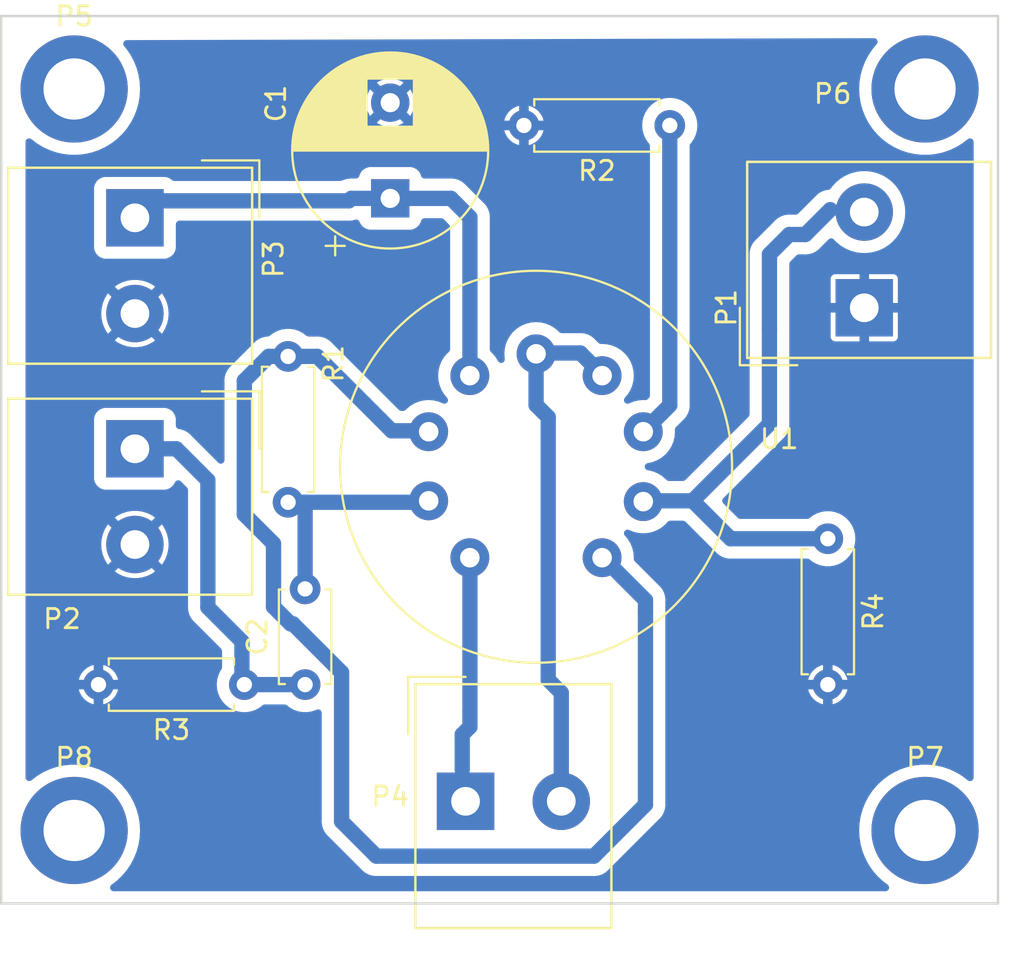
<source format=kicad_pcb>
(kicad_pcb (version 20221018) (generator pcbnew)
  (layers (0 "F.Cu" signal "top_cu") (31 "B.Cu" signal "bottom_cu") (34 "B.Paste" user) (35 "F.Paste" user) (36 "B.SilkS" user "B.Silkscreen") (37 "F.SilkS" user "F.Silkscreen") (38 "B.Mask" user) (39 "F.Mask" user) (44 "Edge.Cuts" user))
  (net 0 "")
  (net 1 "GND")
  (net 2 "Net-(C1-Pad1)")
  (net 3 "Net-(C2-Pad1)")
  (net 4 "Net-(C2-Pad2)")
  (net 5 "Net-(P1-Pad2)")
  (net 6 "Net-(P4-Pad1)")
  (net 7 "Net-(P4-Pad2)")
  (net 8 "Net-(R1-Pad1)")
  (net 9 "Net-(R2-Pad1)")
  (footprint "Capacitor_THT:CP_Radial_D10.0mm_P5.00mm" (layer "F.Cu") (at 141.605 99.695 90)
    (fp_text reference "C1" (at 4.953 -5.969 90) (layer "F.SilkS"))
    (fp_text value "10uF")
    (fp_line (start -2.979646 -2.875) (end -1.979646 -2.875) (stroke (width 0.12)) (layer "F.SilkS"))
    (fp_line (start -2.479646 -3.375) (end -2.479646 -2.375) (stroke (width 0.12)) (layer "F.SilkS"))
    (fp_line (start 2.5 -5.08) (end 2.5 5.08) (stroke (width 0.12)) (layer "F.SilkS"))
    (fp_line (start 2.54 -5.08) (end 2.54 5.08) (stroke (width 0.12)) (layer "F.SilkS"))
    (fp_line (start 2.58 -5.08) (end 2.58 5.08) (stroke (width 0.12)) (layer "F.SilkS"))
    (fp_line (start 2.62 -5.079) (end 2.62 5.079) (stroke (width 0.12)) (layer "F.SilkS"))
    (fp_line (start 2.66 -5.078) (end 2.66 5.078) (stroke (width 0.12)) (layer "F.SilkS"))
    (fp_line (start 2.7 -5.077) (end 2.7 5.077) (stroke (width 0.12)) (layer "F.SilkS"))
    (fp_line (start 2.74 -5.075) (end 2.74 5.075) (stroke (width 0.12)) (layer "F.SilkS"))
    (fp_line (start 2.78 -5.073) (end 2.78 5.073) (stroke (width 0.12)) (layer "F.SilkS"))
    (fp_line (start 2.82 -5.07) (end 2.82 5.07) (stroke (width 0.12)) (layer "F.SilkS"))
    (fp_line (start 2.86 -5.068) (end 2.86 5.068) (stroke (width 0.12)) (layer "F.SilkS"))
    (fp_line (start 2.9 -5.065) (end 2.9 5.065) (stroke (width 0.12)) (layer "F.SilkS"))
    (fp_line (start 2.94 -5.062) (end 2.94 5.062) (stroke (width 0.12)) (layer "F.SilkS"))
    (fp_line (start 2.98 -5.058) (end 2.98 5.058) (stroke (width 0.12)) (layer "F.SilkS"))
    (fp_line (start 3.02 -5.054) (end 3.02 5.054) (stroke (width 0.12)) (layer "F.SilkS"))
    (fp_line (start 3.06 -5.05) (end 3.06 5.05) (stroke (width 0.12)) (layer "F.SilkS"))
    (fp_line (start 3.1 -5.045) (end 3.1 5.045) (stroke (width 0.12)) (layer "F.SilkS"))
    (fp_line (start 3.14 -5.04) (end 3.14 5.04) (stroke (width 0.12)) (layer "F.SilkS"))
    (fp_line (start 3.18 -5.035) (end 3.18 5.035) (stroke (width 0.12)) (layer "F.SilkS"))
    (fp_line (start 3.221 -5.03) (end 3.221 5.03) (stroke (width 0.12)) (layer "F.SilkS"))
    (fp_line (start 3.261 -5.024) (end 3.261 5.024) (stroke (width 0.12)) (layer "F.SilkS"))
    (fp_line (start 3.301 -5.018) (end 3.301 5.018) (stroke (width 0.12)) (layer "F.SilkS"))
    (fp_line (start 3.341 -5.011) (end 3.341 5.011) (stroke (width 0.12)) (layer "F.SilkS"))
    (fp_line (start 3.381 -5.004) (end 3.381 5.004) (stroke (width 0.12)) (layer "F.SilkS"))
    (fp_line (start 3.421 -4.997) (end 3.421 4.997) (stroke (width 0.12)) (layer "F.SilkS"))
    (fp_line (start 3.461 -4.99) (end 3.461 4.99) (stroke (width 0.12)) (layer "F.SilkS"))
    (fp_line (start 3.501 -4.982) (end 3.501 4.982) (stroke (width 0.12)) (layer "F.SilkS"))
    (fp_line (start 3.541 -4.974) (end 3.541 4.974) (stroke (width 0.12)) (layer "F.SilkS"))
    (fp_line (start 3.581 -4.965) (end 3.581 4.965) (stroke (width 0.12)) (layer "F.SilkS"))
    (fp_line (start 3.621 -4.956) (end 3.621 4.956) (stroke (width 0.12)) (layer "F.SilkS"))
    (fp_line (start 3.661 -4.947) (end 3.661 4.947) (stroke (width 0.12)) (layer "F.SilkS"))
    (fp_line (start 3.701 -4.938) (end 3.701 4.938) (stroke (width 0.12)) (layer "F.SilkS"))
    (fp_line (start 3.741 -4.928) (end 3.741 4.928) (stroke (width 0.12)) (layer "F.SilkS"))
    (fp_line (start 3.781 -4.918) (end 3.781 -1.241) (stroke (width 0.12)) (layer "F.SilkS"))
    (fp_line (start 3.781 1.241) (end 3.781 4.918) (stroke (width 0.12)) (layer "F.SilkS"))
    (fp_line (start 3.821 -4.907) (end 3.821 -1.241) (stroke (width 0.12)) (layer "F.SilkS"))
    (fp_line (start 3.821 1.241) (end 3.821 4.907) (stroke (width 0.12)) (layer "F.SilkS"))
    (fp_line (start 3.861 -4.897) (end 3.861 -1.241) (stroke (width 0.12)) (layer "F.SilkS"))
    (fp_line (start 3.861 1.241) (end 3.861 4.897) (stroke (width 0.12)) (layer "F.SilkS"))
    (fp_line (start 3.901 -4.885) (end 3.901 -1.241) (stroke (width 0.12)) (layer "F.SilkS"))
    (fp_line (start 3.901 1.241) (end 3.901 4.885) (stroke (width 0.12)) (layer "F.SilkS"))
    (fp_line (start 3.941 -4.874) (end 3.941 -1.241) (stroke (width 0.12)) (layer "F.SilkS"))
    (fp_line (start 3.941 1.241) (end 3.941 4.874) (stroke (width 0.12)) (layer "F.SilkS"))
    (fp_line (start 3.981 -4.862) (end 3.981 -1.241) (stroke (width 0.12)) (layer "F.SilkS"))
    (fp_line (start 3.981 1.241) (end 3.981 4.862) (stroke (width 0.12)) (layer "F.SilkS"))
    (fp_line (start 4.021 -4.85) (end 4.021 -1.241) (stroke (width 0.12)) (layer "F.SilkS"))
    (fp_line (start 4.021 1.241) (end 4.021 4.85) (stroke (width 0.12)) (layer "F.SilkS"))
    (fp_line (start 4.061 -4.837) (end 4.061 -1.241) (stroke (width 0.12)) (layer "F.SilkS"))
    (fp_line (start 4.061 1.241) (end 4.061 4.837) (stroke (width 0.12)) (layer "F.SilkS"))
    (fp_line (start 4.101 -4.824) (end 4.101 -1.241) (stroke (width 0.12)) (layer "F.SilkS"))
    (fp_line (start 4.101 1.241) (end 4.101 4.824) (stroke (width 0.12)) (layer "F.SilkS"))
    (fp_line (start 4.141 -4.811) (end 4.141 -1.241) (stroke (width 0.12)) (layer "F.SilkS"))
    (fp_line (start 4.141 1.241) (end 4.141 4.811) (stroke (width 0.12)) (layer "F.SilkS"))
    (fp_line (start 4.181 -4.797) (end 4.181 -1.241) (stroke (width 0.12)) (layer "F.SilkS"))
    (fp_line (start 4.181 1.241) (end 4.181 4.797) (stroke (width 0.12)) (layer "F.SilkS"))
    (fp_line (start 4.221 -4.783) (end 4.221 -1.241) (stroke (width 0.12)) (layer "F.SilkS"))
    (fp_line (start 4.221 1.241) (end 4.221 4.783) (stroke (width 0.12)) (layer "F.SilkS"))
    (fp_line (start 4.261 -4.768) (end 4.261 -1.241) (stroke (width 0.12)) (layer "F.SilkS"))
    (fp_line (start 4.261 1.241) (end 4.261 4.768) (stroke (width 0.12)) (layer "F.SilkS"))
    (fp_line (start 4.301 -4.754) (end 4.301 -1.241) (stroke (width 0.12)) (layer "F.SilkS"))
    (fp_line (start 4.301 1.241) (end 4.301 4.754) (stroke (width 0.12)) (layer "F.SilkS"))
    (fp_line (start 4.341 -4.738) (end 4.341 -1.241) (stroke (width 0.12)) (layer "F.SilkS"))
    (fp_line (start 4.341 1.241) (end 4.341 4.738) (stroke (width 0.12)) (layer "F.SilkS"))
    (fp_line (start 4.381 -4.723) (end 4.381 -1.241) (stroke (width 0.12)) (layer "F.SilkS"))
    (fp_line (start 4.381 1.241) (end 4.381 4.723) (stroke (width 0.12)) (layer "F.SilkS"))
    (fp_line (start 4.421 -4.707) (end 4.421 -1.241) (stroke (width 0.12)) (layer "F.SilkS"))
    (fp_line (start 4.421 1.241) (end 4.421 4.707) (stroke (width 0.12)) (layer "F.SilkS"))
    (fp_line (start 4.461 -4.69) (end 4.461 -1.241) (stroke (width 0.12)) (layer "F.SilkS"))
    (fp_line (start 4.461 1.241) (end 4.461 4.69) (stroke (width 0.12)) (layer "F.SilkS"))
    (fp_line (start 4.501 -4.674) (end 4.501 -1.241) (stroke (width 0.12)) (layer "F.SilkS"))
    (fp_line (start 4.501 1.241) (end 4.501 4.674) (stroke (width 0.12)) (layer "F.SilkS"))
    (fp_line (start 4.541 -4.657) (end 4.541 -1.241) (stroke (width 0.12)) (layer "F.SilkS"))
    (fp_line (start 4.541 1.241) (end 4.541 4.657) (stroke (width 0.12)) (layer "F.SilkS"))
    (fp_line (start 4.581 -4.639) (end 4.581 -1.241) (stroke (width 0.12)) (layer "F.SilkS"))
    (fp_line (start 4.581 1.241) (end 4.581 4.639) (stroke (width 0.12)) (layer "F.SilkS"))
    (fp_line (start 4.621 -4.621) (end 4.621 -1.241) (stroke (width 0.12)) (layer "F.SilkS"))
    (fp_line (start 4.621 1.241) (end 4.621 4.621) (stroke (width 0.12)) (layer "F.SilkS"))
    (fp_line (start 4.661 -4.603) (end 4.661 -1.241) (stroke (width 0.12)) (layer "F.SilkS"))
    (fp_line (start 4.661 1.241) (end 4.661 4.603) (stroke (width 0.12)) (layer "F.SilkS"))
    (fp_line (start 4.701 -4.584) (end 4.701 -1.241) (stroke (width 0.12)) (layer "F.SilkS"))
    (fp_line (start 4.701 1.241) (end 4.701 4.584) (stroke (width 0.12)) (layer "F.SilkS"))
    (fp_line (start 4.741 -4.564) (end 4.741 -1.241) (stroke (width 0.12)) (layer "F.SilkS"))
    (fp_line (start 4.741 1.241) (end 4.741 4.564) (stroke (width 0.12)) (layer "F.SilkS"))
    (fp_line (start 4.781 -4.545) (end 4.781 -1.241) (stroke (width 0.12)) (layer "F.SilkS"))
    (fp_line (start 4.781 1.241) (end 4.781 4.545) (stroke (width 0.12)) (layer "F.SilkS"))
    (fp_line (start 4.821 -4.525) (end 4.821 -1.241) (stroke (width 0.12)) (layer "F.SilkS"))
    (fp_line (start 4.821 1.241) (end 4.821 4.525) (stroke (width 0.12)) (layer "F.SilkS"))
    (fp_line (start 4.861 -4.504) (end 4.861 -1.241) (stroke (width 0.12)) (layer "F.SilkS"))
    (fp_line (start 4.861 1.241) (end 4.861 4.504) (stroke (width 0.12)) (layer "F.SilkS"))
    (fp_line (start 4.901 -4.483) (end 4.901 -1.241) (stroke (width 0.12)) (layer "F.SilkS"))
    (fp_line (start 4.901 1.241) (end 4.901 4.483) (stroke (width 0.12)) (layer "F.SilkS"))
    (fp_line (start 4.941 -4.462) (end 4.941 -1.241) (stroke (width 0.12)) (layer "F.SilkS"))
    (fp_line (start 4.941 1.241) (end 4.941 4.462) (stroke (width 0.12)) (layer "F.SilkS"))
    (fp_line (start 4.981 -4.44) (end 4.981 -1.241) (stroke (width 0.12)) (layer "F.SilkS"))
    (fp_line (start 4.981 1.241) (end 4.981 4.44) (stroke (width 0.12)) (layer "F.SilkS"))
    (fp_line (start 5.021 -4.417) (end 5.021 -1.241) (stroke (width 0.12)) (layer "F.SilkS"))
    (fp_line (start 5.021 1.241) (end 5.021 4.417) (stroke (width 0.12)) (layer "F.SilkS"))
    (fp_line (start 5.061 -4.395) (end 5.061 -1.241) (stroke (width 0.12)) (layer "F.SilkS"))
    (fp_line (start 5.061 1.241) (end 5.061 4.395) (stroke (width 0.12)) (layer "F.SilkS"))
    (fp_line (start 5.101 -4.371) (end 5.101 -1.241) (stroke (width 0.12)) (layer "F.SilkS"))
    (fp_line (start 5.101 1.241) (end 5.101 4.371) (stroke (width 0.12)) (layer "F.SilkS"))
    (fp_line (start 5.141 -4.347) (end 5.141 -1.241) (stroke (width 0.12)) (layer "F.SilkS"))
    (fp_line (start 5.141 1.241) (end 5.141 4.347) (stroke (width 0.12)) (layer "F.SilkS"))
    (fp_line (start 5.181 -4.323) (end 5.181 -1.241) (stroke (width 0.12)) (layer "F.SilkS"))
    (fp_line (start 5.181 1.241) (end 5.181 4.323) (stroke (width 0.12)) (layer "F.SilkS"))
    (fp_line (start 5.221 -4.298) (end 5.221 -1.241) (stroke (width 0.12)) (layer "F.SilkS"))
    (fp_line (start 5.221 1.241) (end 5.221 4.298) (stroke (width 0.12)) (layer "F.SilkS"))
    (fp_line (start 5.261 -4.273) (end 5.261 -1.241) (stroke (width 0.12)) (layer "F.SilkS"))
    (fp_line (start 5.261 1.241) (end 5.261 4.273) (stroke (width 0.12)) (layer "F.SilkS"))
    (fp_line (start 5.301 -4.247) (end 5.301 -1.241) (stroke (width 0.12)) (layer "F.SilkS"))
    (fp_line (start 5.301 1.241) (end 5.301 4.247) (stroke (width 0.12)) (layer "F.SilkS"))
    (fp_line (start 5.341 -4.221) (end 5.341 -1.241) (stroke (width 0.12)) (layer "F.SilkS"))
    (fp_line (start 5.341 1.241) (end 5.341 4.221) (stroke (width 0.12)) (layer "F.SilkS"))
    (fp_line (start 5.381 -4.194) (end 5.381 -1.241) (stroke (width 0.12)) (layer "F.SilkS"))
    (fp_line (start 5.381 1.241) (end 5.381 4.194) (stroke (width 0.12)) (layer "F.SilkS"))
    (fp_line (start 5.421 -4.166) (end 5.421 -1.241) (stroke (width 0.12)) (layer "F.SilkS"))
    (fp_line (start 5.421 1.241) (end 5.421 4.166) (stroke (width 0.12)) (layer "F.SilkS"))
    (fp_line (start 5.461 -4.138) (end 5.461 -1.241) (stroke (width 0.12)) (layer "F.SilkS"))
    (fp_line (start 5.461 1.241) (end 5.461 4.138) (stroke (width 0.12)) (layer "F.SilkS"))
    (fp_line (start 5.501 -4.11) (end 5.501 -1.241) (stroke (width 0.12)) (layer "F.SilkS"))
    (fp_line (start 5.501 1.241) (end 5.501 4.11) (stroke (width 0.12)) (layer "F.SilkS"))
    (fp_line (start 5.541 -4.08) (end 5.541 -1.241) (stroke (width 0.12)) (layer "F.SilkS"))
    (fp_line (start 5.541 1.241) (end 5.541 4.08) (stroke (width 0.12)) (layer "F.SilkS"))
    (fp_line (start 5.581 -4.05) (end 5.581 -1.241) (stroke (width 0.12)) (layer "F.SilkS"))
    (fp_line (start 5.581 1.241) (end 5.581 4.05) (stroke (width 0.12)) (layer "F.SilkS"))
    (fp_line (start 5.621 -4.02) (end 5.621 -1.241) (stroke (width 0.12)) (layer "F.SilkS"))
    (fp_line (start 5.621 1.241) (end 5.621 4.02) (stroke (width 0.12)) (layer "F.SilkS"))
    (fp_line (start 5.661 -3.989) (end 5.661 -1.241) (stroke (width 0.12)) (layer "F.SilkS"))
    (fp_line (start 5.661 1.241) (end 5.661 3.989) (stroke (width 0.12)) (layer "F.SilkS"))
    (fp_line (start 5.701 -3.957) (end 5.701 -1.241) (stroke (width 0.12)) (layer "F.SilkS"))
    (fp_line (start 5.701 1.241) (end 5.701 3.957) (stroke (width 0.12)) (layer "F.SilkS"))
    (fp_line (start 5.741 -3.925) (end 5.741 -1.241) (stroke (width 0.12)) (layer "F.SilkS"))
    (fp_line (start 5.741 1.241) (end 5.741 3.925) (stroke (width 0.12)) (layer "F.SilkS"))
    (fp_line (start 5.781 -3.892) (end 5.781 -1.241) (stroke (width 0.12)) (layer "F.SilkS"))
    (fp_line (start 5.781 1.241) (end 5.781 3.892) (stroke (width 0.12)) (layer "F.SilkS"))
    (fp_line (start 5.821 -3.858) (end 5.821 -1.241) (stroke (width 0.12)) (layer "F.SilkS"))
    (fp_line (start 5.821 1.241) (end 5.821 3.858) (stroke (width 0.12)) (layer "F.SilkS"))
    (fp_line (start 5.861 -3.824) (end 5.861 -1.241) (stroke (width 0.12)) (layer "F.SilkS"))
    (fp_line (start 5.861 1.241) (end 5.861 3.824) (stroke (width 0.12)) (layer "F.SilkS"))
    (fp_line (start 5.901 -3.789) (end 5.901 -1.241) (stroke (width 0.12)) (layer "F.SilkS"))
    (fp_line (start 5.901 1.241) (end 5.901 3.789) (stroke (width 0.12)) (layer "F.SilkS"))
    (fp_line (start 5.941 -3.753) (end 5.941 -1.241) (stroke (width 0.12)) (layer "F.SilkS"))
    (fp_line (start 5.941 1.241) (end 5.941 3.753) (stroke (width 0.12)) (layer "F.SilkS"))
    (fp_line (start 5.981 -3.716) (end 5.981 -1.241) (stroke (width 0.12)) (layer "F.SilkS"))
    (fp_line (start 5.981 1.241) (end 5.981 3.716) (stroke (width 0.12)) (layer "F.SilkS"))
    (fp_line (start 6.021 -3.679) (end 6.021 -1.241) (stroke (width 0.12)) (layer "F.SilkS"))
    (fp_line (start 6.021 1.241) (end 6.021 3.679) (stroke (width 0.12)) (layer "F.SilkS"))
    (fp_line (start 6.061 -3.64) (end 6.061 -1.241) (stroke (width 0.12)) (layer "F.SilkS"))
    (fp_line (start 6.061 1.241) (end 6.061 3.64) (stroke (width 0.12)) (layer "F.SilkS"))
    (fp_line (start 6.101 -3.601) (end 6.101 -1.241) (stroke (width 0.12)) (layer "F.SilkS"))
    (fp_line (start 6.101 1.241) (end 6.101 3.601) (stroke (width 0.12)) (layer "F.SilkS"))
    (fp_line (start 6.141 -3.561) (end 6.141 -1.241) (stroke (width 0.12)) (layer "F.SilkS"))
    (fp_line (start 6.141 1.241) (end 6.141 3.561) (stroke (width 0.12)) (layer "F.SilkS"))
    (fp_line (start 6.181 -3.52) (end 6.181 -1.241) (stroke (width 0.12)) (layer "F.SilkS"))
    (fp_line (start 6.181 1.241) (end 6.181 3.52) (stroke (width 0.12)) (layer "F.SilkS"))
    (fp_line (start 6.221 -3.478) (end 6.221 -1.241) (stroke (width 0.12)) (layer "F.SilkS"))
    (fp_line (start 6.221 1.241) (end 6.221 3.478) (stroke (width 0.12)) (layer "F.SilkS"))
    (fp_line (start 6.261 -3.436) (end 6.261 3.436) (stroke (width 0.12)) (layer "F.SilkS"))
    (fp_line (start 6.301 -3.392) (end 6.301 3.392) (stroke (width 0.12)) (layer "F.SilkS"))
    (fp_line (start 6.341 -3.347) (end 6.341 3.347) (stroke (width 0.12)) (layer "F.SilkS"))
    (fp_line (start 6.381 -3.301) (end 6.381 3.301) (stroke (width 0.12)) (layer "F.SilkS"))
    (fp_line (start 6.421 -3.254) (end 6.421 3.254) (stroke (width 0.12)) (layer "F.SilkS"))
    (fp_line (start 6.461 -3.206) (end 6.461 3.206) (stroke (width 0.12)) (layer "F.SilkS"))
    (fp_line (start 6.501 -3.156) (end 6.501 3.156) (stroke (width 0.12)) (layer "F.SilkS"))
    (fp_line (start 6.541 -3.106) (end 6.541 3.106) (stroke (width 0.12)) (layer "F.SilkS"))
    (fp_line (start 6.581 -3.054) (end 6.581 3.054) (stroke (width 0.12)) (layer "F.SilkS"))
    (fp_line (start 6.621 -3) (end 6.621 3) (stroke (width 0.12)) (layer "F.SilkS"))
    (fp_line (start 6.661 -2.945) (end 6.661 2.945) (stroke (width 0.12)) (layer "F.SilkS"))
    (fp_line (start 6.701 -2.889) (end 6.701 2.889) (stroke (width 0.12)) (layer "F.SilkS"))
    (fp_line (start 6.741 -2.83) (end 6.741 2.83) (stroke (width 0.12)) (layer "F.SilkS"))
    (fp_line (start 6.781 -2.77) (end 6.781 2.77) (stroke (width 0.12)) (layer "F.SilkS"))
    (fp_line (start 6.821 -2.709) (end 6.821 2.709) (stroke (width 0.12)) (layer "F.SilkS"))
    (fp_line (start 6.861 -2.645) (end 6.861 2.645) (stroke (width 0.12)) (layer "F.SilkS"))
    (fp_line (start 6.901 -2.579) (end 6.901 2.579) (stroke (width 0.12)) (layer "F.SilkS"))
    (fp_line (start 6.941 -2.51) (end 6.941 2.51) (stroke (width 0.12)) (layer "F.SilkS"))
    (fp_line (start 6.981 -2.439) (end 6.981 2.439) (stroke (width 0.12)) (layer "F.SilkS"))
    (fp_line (start 7.021 -2.365) (end 7.021 2.365) (stroke (width 0.12)) (layer "F.SilkS"))
    (fp_line (start 7.061 -2.289) (end 7.061 2.289) (stroke (width 0.12)) (layer "F.SilkS"))
    (fp_line (start 7.101 -2.209) (end 7.101 2.209) (stroke (width 0.12)) (layer "F.SilkS"))
    (fp_line (start 7.141 -2.125) (end 7.141 2.125) (stroke (width 0.12)) (layer "F.SilkS"))
    (fp_line (start 7.181 -2.037) (end 7.181 2.037) (stroke (width 0.12)) (layer "F.SilkS"))
    (fp_line (start 7.221 -1.944) (end 7.221 1.944) (stroke (width 0.12)) (layer "F.SilkS"))
    (fp_line (start 7.261 -1.846) (end 7.261 1.846) (stroke (width 0.12)) (layer "F.SilkS"))
    (fp_line (start 7.301 -1.742) (end 7.301 1.742) (stroke (width 0.12)) (layer "F.SilkS"))
    (fp_line (start 7.341 -1.63) (end 7.341 1.63) (stroke (width 0.12)) (layer "F.SilkS"))
    (fp_line (start 7.381 -1.51) (end 7.381 1.51) (stroke (width 0.12)) (layer "F.SilkS"))
    (fp_line (start 7.421 -1.378) (end 7.421 1.378) (stroke (width 0.12)) (layer "F.SilkS"))
    (fp_line (start 7.461 -1.23) (end 7.461 1.23) (stroke (width 0.12)) (layer "F.SilkS"))
    (fp_line (start 7.501 -1.062) (end 7.501 1.062) (stroke (width 0.12)) (layer "F.SilkS"))
    (fp_line (start 7.541 -0.862) (end 7.541 0.862) (stroke (width 0.12)) (layer "F.SilkS"))
    (fp_line (start 7.581 -0.599) (end 7.581 0.599) (stroke (width 0.12)) (layer "F.SilkS"))
    (fp_circle (center 2.5 0) (end 7.62 0) (stroke (width 0.12)) (fill none) (layer "F.SilkS"))
    (pad "1" thru_hole rect (at 0 0 90) (size 2 2) (drill 1) (layers "*.Cu" "*.Mask") (net 2 "Net-(C1-Pad1)"))
    (pad "2" thru_hole circle (at 5 0 90) (size 2 2) (drill 1) (layers "*.Cu" "*.Mask") (net 1 "GND"))
  )
  (footprint "Capacitor_THT:C_Disc_D4.7mm_W2.5mm_P5.00mm" (layer "F.Cu") (at 137.16 125.095 90)
    (fp_text reference "C2" (at 2.5 -2.5 90) (layer "F.SilkS"))
    (fp_text value "680nF")
    (fp_line (start 0.03 -1.37) (end 0.03 -1.055) (stroke (width 0.12)) (layer "F.SilkS"))
    (fp_line (start 0.03 -1.37) (end 4.97 -1.37) (stroke (width 0.12)) (layer "F.SilkS"))
    (fp_line (start 0.03 1.055) (end 0.03 1.37) (stroke (width 0.12)) (layer "F.SilkS"))
    (fp_line (start 0.03 1.37) (end 4.97 1.37) (stroke (width 0.12)) (layer "F.SilkS"))
    (fp_line (start 4.97 -1.37) (end 4.97 -1.055) (stroke (width 0.12)) (layer "F.SilkS"))
    (fp_line (start 4.97 1.055) (end 4.97 1.37) (stroke (width 0.12)) (layer "F.SilkS"))
    (pad "1" thru_hole circle (at 0 0 90) (size 1.6 1.6) (drill 0.8) (layers "*.Cu" "*.Mask") (net 3 "Net-(C2-Pad1)"))
    (pad "2" thru_hole circle (at 5 0 90) (size 1.6 1.6) (drill 0.8) (layers "*.Cu" "*.Mask") (net 4 "Net-(C2-Pad2)"))
  )
  (footprint "MountingHole:MountingHole_3.2mm_M3_DIN965_Pad" (layer "F.Cu") (at 125.095 93.98)
    (fp_text reference "P5" (at 0 -3.8) (layer "F.SilkS"))
    (fp_text value "MOUNTING_HOLE")
    (pad "1" thru_hole circle (at 0 0) (size 5.6 5.6) (drill 3.2) (layers "*.Cu" "*.Mask"))
  )
  (footprint "MountingHole:MountingHole_3.2mm_M3_DIN965_Pad" (layer "F.Cu") (at 169.545 93.98)
    (fp_text reference "P6" (at -4.826 0.254) (layer "F.SilkS"))
    (fp_text value "MOUNTING_HOLE")
    (pad "1" thru_hole circle (at 0 0) (size 5.6 5.6) (drill 3.2) (layers "*.Cu" "*.Mask"))
  )
  (footprint "MountingHole:MountingHole_3.2mm_M3_DIN965_Pad" (layer "F.Cu") (at 169.545 132.715)
    (fp_text reference "P7" (at 0 -3.8) (layer "F.SilkS"))
    (fp_text value "MOUNTING_HOLE")
    (pad "1" thru_hole circle (at 0 0) (size 5.6 5.6) (drill 3.2) (layers "*.Cu" "*.Mask"))
  )
  (footprint "Resistor_THT:R_Axial_DIN0207_L6.3mm_D2.5mm_P7.62mm_Horizontal" (layer "F.Cu") (at 136.271 107.95 -90)
    (fp_text reference "R1" (at 0.381 -2.37 90) (layer "F.SilkS"))
    (fp_text value "1.5K")
    (fp_line (start 0.54 -1.37) (end 7.08 -1.37) (stroke (width 0.12)) (layer "F.SilkS"))
    (fp_line (start 0.54 -1.04) (end 0.54 -1.37) (stroke (width 0.12)) (layer "F.SilkS"))
    (fp_line (start 0.54 1.04) (end 0.54 1.37) (stroke (width 0.12)) (layer "F.SilkS"))
    (fp_line (start 0.54 1.37) (end 7.08 1.37) (stroke (width 0.12)) (layer "F.SilkS"))
    (fp_line (start 7.08 -1.37) (end 7.08 -1.04) (stroke (width 0.12)) (layer "F.SilkS"))
    (fp_line (start 7.08 1.37) (end 7.08 1.04) (stroke (width 0.12)) (layer "F.SilkS"))
    (pad "1" thru_hole circle (at 0 0 270) (size 1.6 1.6) (drill 0.8) (layers "*.Cu" "*.Mask") (net 8 "Net-(R1-Pad1)"))
    (pad "2" thru_hole oval (at 7.62 0 270) (size 1.6 1.6) (drill 0.8) (layers "*.Cu" "*.Mask") (net 4 "Net-(C2-Pad2)"))
  )
  (footprint "Resistor_THT:R_Axial_DIN0207_L6.3mm_D2.5mm_P7.62mm_Horizontal" (layer "F.Cu") (at 156.21 95.885 180)
    (fp_text reference "R2" (at 3.81 -2.37) (layer "F.SilkS"))
    (fp_text value "1.5K")
    (fp_line (start 0.54 -1.37) (end 7.08 -1.37) (stroke (width 0.12)) (layer "F.SilkS"))
    (fp_line (start 0.54 -1.04) (end 0.54 -1.37) (stroke (width 0.12)) (layer "F.SilkS"))
    (fp_line (start 0.54 1.04) (end 0.54 1.37) (stroke (width 0.12)) (layer "F.SilkS"))
    (fp_line (start 0.54 1.37) (end 7.08 1.37) (stroke (width 0.12)) (layer "F.SilkS"))
    (fp_line (start 7.08 -1.37) (end 7.08 -1.04) (stroke (width 0.12)) (layer "F.SilkS"))
    (fp_line (start 7.08 1.37) (end 7.08 1.04) (stroke (width 0.12)) (layer "F.SilkS"))
    (pad "1" thru_hole circle (at 0 0 180) (size 1.6 1.6) (drill 0.8) (layers "*.Cu" "*.Mask") (net 9 "Net-(R2-Pad1)"))
    (pad "2" thru_hole oval (at 7.62 0 180) (size 1.6 1.6) (drill 0.8) (layers "*.Cu" "*.Mask") (net 1 "GND"))
  )
  (footprint "Resistor_THT:R_Axial_DIN0207_L6.3mm_D2.5mm_P7.62mm_Horizontal" (layer "F.Cu") (at 164.465 117.475 -90)
    (fp_text reference "R4" (at 3.81 -2.37 90) (layer "F.SilkS"))
    (fp_text value "47K")
    (fp_line (start 0.54 -1.37) (end 7.08 -1.37) (stroke (width 0.12)) (layer "F.SilkS"))
    (fp_line (start 0.54 -1.04) (end 0.54 -1.37) (stroke (width 0.12)) (layer "F.SilkS"))
    (fp_line (start 0.54 1.04) (end 0.54 1.37) (stroke (width 0.12)) (layer "F.SilkS"))
    (fp_line (start 0.54 1.37) (end 7.08 1.37) (stroke (width 0.12)) (layer "F.SilkS"))
    (fp_line (start 7.08 -1.37) (end 7.08 -1.04) (stroke (width 0.12)) (layer "F.SilkS"))
    (fp_line (start 7.08 1.37) (end 7.08 1.04) (stroke (width 0.12)) (layer "F.SilkS"))
    (pad "1" thru_hole circle (at 0 0 270) (size 1.6 1.6) (drill 0.8) (layers "*.Cu" "*.Mask") (net 5 "Net-(P1-Pad2)"))
    (pad "2" thru_hole oval (at 7.62 0 270) (size 1.6 1.6) (drill 0.8) (layers "*.Cu" "*.Mask") (net 1 "GND"))
  )
  (footprint "TerminalBlock_Altech:Altech_AK300_1x02_P5.00mm_45-Degree" (layer "F.Cu") (at 128.27 112.776 -90)
    (fp_text reference "P2" (at 8.89 3.81 180) (layer "F.SilkS"))
    (fp_text value "OUT")
    (fp_line (start -3 -6.5) (end 0 -6.5) (stroke (width 0.12)) (layer "F.SilkS"))
    (fp_line (start -3 -3.5) (end -3 -6.5) (stroke (width 0.12)) (layer "F.SilkS"))
    (fp_line (start -2.62 -6.12) (end -2.62 6.62) (stroke (width 0.12)) (layer "F.SilkS"))
    (fp_line (start -2.62 -6.12) (end -2.62 6.62) (stroke (width 0.12)) (layer "F.SilkS"))
    (fp_line (start -2.62 -6.12) (end 7.62 -6.12) (stroke (width 0.12)) (layer "F.SilkS"))
    (fp_line (start -2.62 -6.12) (end 7.62 -6.12) (stroke (width 0.12)) (layer "F.SilkS"))
    (fp_line (start -2.62 6.62) (end 7.62 6.62) (stroke (width 0.12)) (layer "F.SilkS"))
    (fp_line (start -2.62 6.62) (end 7.62 6.62) (stroke (width 0.12)) (layer "F.SilkS"))
    (fp_line (start 7.62 -6.12) (end 7.62 6.62) (stroke (width 0.12)) (layer "F.SilkS"))
    (fp_line (start 7.62 -6.12) (end 7.62 6.62) (stroke (width 0.12)) (layer "F.SilkS"))
    (pad "1" thru_hole rect (at 0 0 270) (size 3 3) (drill 1.5) (layers "*.Cu" "*.Mask") (net 3 "Net-(C2-Pad1)"))
    (pad "2" thru_hole circle (at 5 0 270) (size 3 3) (drill 1.5) (layers "*.Cu" "*.Mask") (net 1 "GND"))
  )
  (footprint "TerminalBlock_Altech:Altech_AK300_1x02_P5.00mm_45-Degree" (layer "F.Cu") (at 128.27 100.711 -90)
    (fp_text reference "P3" (at 2.159 -7.239 90) (layer "F.SilkS"))
    (fp_text value "POWER")
    (fp_line (start -3 -6.5) (end 0 -6.5) (stroke (width 0.12)) (layer "F.SilkS"))
    (fp_line (start -3 -3.5) (end -3 -6.5) (stroke (width 0.12)) (layer "F.SilkS"))
    (fp_line (start -2.62 -6.12) (end -2.62 6.62) (stroke (width 0.12)) (layer "F.SilkS"))
    (fp_line (start -2.62 -6.12) (end -2.62 6.62) (stroke (width 0.12)) (layer "F.SilkS"))
    (fp_line (start -2.62 -6.12) (end 7.62 -6.12) (stroke (width 0.12)) (layer "F.SilkS"))
    (fp_line (start -2.62 -6.12) (end 7.62 -6.12) (stroke (width 0.12)) (layer "F.SilkS"))
    (fp_line (start -2.62 6.62) (end 7.62 6.62) (stroke (width 0.12)) (layer "F.SilkS"))
    (fp_line (start -2.62 6.62) (end 7.62 6.62) (stroke (width 0.12)) (layer "F.SilkS"))
    (fp_line (start 7.62 -6.12) (end 7.62 6.62) (stroke (width 0.12)) (layer "F.SilkS"))
    (fp_line (start 7.62 -6.12) (end 7.62 6.62) (stroke (width 0.12)) (layer "F.SilkS"))
    (pad "1" thru_hole rect (at 0 0 270) (size 3 3) (drill 1.5) (layers "*.Cu" "*.Mask") (net 2 "Net-(C1-Pad1)"))
    (pad "2" thru_hole circle (at 5 0 270) (size 3 3) (drill 1.5) (layers "*.Cu" "*.Mask") (net 1 "GND"))
  )
  (footprint "TerminalBlock_Altech:Altech_AK300_1x02_P5.00mm_45-Degree" (layer "F.Cu") (at 145.542 131.191)
    (fp_text reference "P4" (at -3.937 -0.254) (layer "F.SilkS"))
    (fp_text value "CONN_2")
    (fp_line (start -3 -6.5) (end 0 -6.5) (stroke (width 0.12)) (layer "F.SilkS"))
    (fp_line (start -3 -3.5) (end -3 -6.5) (stroke (width 0.12)) (layer "F.SilkS"))
    (fp_line (start -2.62 -6.12) (end -2.62 6.62) (stroke (width 0.12)) (layer "F.SilkS"))
    (fp_line (start -2.62 -6.12) (end -2.62 6.62) (stroke (width 0.12)) (layer "F.SilkS"))
    (fp_line (start -2.62 -6.12) (end 7.62 -6.12) (stroke (width 0.12)) (layer "F.SilkS"))
    (fp_line (start -2.62 -6.12) (end 7.62 -6.12) (stroke (width 0.12)) (layer "F.SilkS"))
    (fp_line (start -2.62 6.62) (end 7.62 6.62) (stroke (width 0.12)) (layer "F.SilkS"))
    (fp_line (start -2.62 6.62) (end 7.62 6.62) (stroke (width 0.12)) (layer "F.SilkS"))
    (fp_line (start 7.62 -6.12) (end 7.62 6.62) (stroke (width 0.12)) (layer "F.SilkS"))
    (fp_line (start 7.62 -6.12) (end 7.62 6.62) (stroke (width 0.12)) (layer "F.SilkS"))
    (pad "1" thru_hole rect (at 0 0) (size 3 3) (drill 1.5) (layers "*.Cu" "*.Mask") (net 6 "Net-(P4-Pad1)"))
    (pad "2" thru_hole circle (at 5 0) (size 3 3) (drill 1.5) (layers "*.Cu" "*.Mask") (net 7 "Net-(P4-Pad2)"))
  )
  (footprint "Resistor_THT:R_Axial_DIN0207_L6.3mm_D2.5mm_P7.62mm_Horizontal" (layer "F.Cu") (at 133.985 125.095 180)
    (fp_text reference "R3" (at 3.81 -2.37) (layer "F.SilkS"))
    (fp_text value "100K")
    (fp_line (start 0.54 -1.37) (end 7.08 -1.37) (stroke (width 0.12)) (layer "F.SilkS"))
    (fp_line (start 0.54 -1.04) (end 0.54 -1.37) (stroke (width 0.12)) (layer "F.SilkS"))
    (fp_line (start 0.54 1.04) (end 0.54 1.37) (stroke (width 0.12)) (layer "F.SilkS"))
    (fp_line (start 0.54 1.37) (end 7.08 1.37) (stroke (width 0.12)) (layer "F.SilkS"))
    (fp_line (start 7.08 -1.37) (end 7.08 -1.04) (stroke (width 0.12)) (layer "F.SilkS"))
    (fp_line (start 7.08 1.37) (end 7.08 1.04) (stroke (width 0.12)) (layer "F.SilkS"))
    (pad "1" thru_hole circle (at 0 0 180) (size 1.6 1.6) (drill 0.8) (layers "*.Cu" "*.Mask") (net 3 "Net-(C2-Pad1)"))
    (pad "2" thru_hole oval (at 7.62 0 180) (size 1.6 1.6) (drill 0.8) (layers "*.Cu" "*.Mask") (net 1 "GND"))
  )
  (footprint "Valve:Valve_ECC-83-1" (layer "F.Cu") (at 149.225 113.665)
    (fp_text reference "U1" (at 12.7 -1.397) (layer "F.SilkS"))
    (fp_text value "ECC83")
    (fp_circle (center 0 0.05) (end 10.16 1.32) (stroke (width 0.12)) (fill none) (layer "F.SilkS"))
    (pad "1" thru_hole circle (at 3.45 4.8) (size 2.03 2.03) (drill 1.02) (layers "*.Cu" "*.Mask") (net 8 "Net-(R1-Pad1)"))
    (pad "2" thru_hole circle (at 5.6 1.87) (size 2.03 2.03) (drill 1.02) (layers "*.Cu" "*.Mask") (net 5 "Net-(P1-Pad2)"))
    (pad "3" thru_hole circle (at 5.6 -1.78) (size 2.03 2.03) (drill 1.02) (layers "*.Cu" "*.Mask") (net 9 "Net-(R2-Pad1)"))
    (pad "4" thru_hole circle (at 3.45 -4.71) (size 2.03 2.03) (drill 1.02) (layers "*.Cu" "*.Mask") (net 7 "Net-(P4-Pad2)"))
    (pad "5" thru_hole circle (at 0 -5.85) (size 2.03 2.03) (drill 1.02) (layers "*.Cu" "*.Mask") (net 7 "Net-(P4-Pad2)"))
    (pad "6" thru_hole circle (at -3.46 -4.71) (size 2.03 2.03) (drill 1.02) (layers "*.Cu" "*.Mask") (net 2 "Net-(C1-Pad1)"))
    (pad "7" thru_hole circle (at -5.61 -1.78) (size 2.03 2.03) (drill 1.02) (layers "*.Cu" "*.Mask") (net 8 "Net-(R1-Pad1)"))
    (pad "8" thru_hole circle (at -5.61 1.83) (size 2.03 2.03) (drill 1.02) (layers "*.Cu" "*.Mask") (net 4 "Net-(C2-Pad2)"))
    (pad "9" thru_hole circle (at -3.46 4.8) (size 2.03 2.03) (drill 1.02) (layers "*.Cu" "*.Mask") (net 6 "Net-(P4-Pad1)"))
  )
  (footprint "TerminalBlock_Altech:Altech_AK300_1x02_P5.00mm_45-Degree" (layer "F.Cu") (at 166.37 105.41 90)
    (fp_text reference "P1" (at 0 -7.2 90) (layer "F.SilkS"))
    (fp_text value "IN")
    (fp_line (start -3 -6.5) (end 0 -6.5) (stroke (width 0.12)) (layer "F.SilkS"))
    (fp_line (start -3 -3.5) (end -3 -6.5) (stroke (width 0.12)) (layer "F.SilkS"))
    (fp_line (start -2.62 -6.12) (end -2.62 6.62) (stroke (width 0.12)) (layer "F.SilkS"))
    (fp_line (start -2.62 -6.12) (end -2.62 6.62) (stroke (width 0.12)) (layer "F.SilkS"))
    (fp_line (start -2.62 -6.12) (end 7.62 -6.12) (stroke (width 0.12)) (layer "F.SilkS"))
    (fp_line (start -2.62 -6.12) (end 7.62 -6.12) (stroke (width 0.12)) (layer "F.SilkS"))
    (fp_line (start -2.62 6.62) (end 7.62 6.62) (stroke (width 0.12)) (layer "F.SilkS"))
    (fp_line (start -2.62 6.62) (end 7.62 6.62) (stroke (width 0.12)) (layer "F.SilkS"))
    (fp_line (start 7.62 -6.12) (end 7.62 6.62) (stroke (width 0.12)) (layer "F.SilkS"))
    (fp_line (start 7.62 -6.12) (end 7.62 6.62) (stroke (width 0.12)) (layer "F.SilkS"))
    (pad "1" thru_hole rect (at 0 0 90) (size 3 3) (drill 1.5) (layers "*.Cu" "*.Mask") (net 1 "GND"))
    (pad "2" thru_hole circle (at 5 0 90) (size 3 3) (drill 1.5) (layers "*.Cu" "*.Mask") (net 5 "Net-(P1-Pad2)"))
  )
  (footprint "MountingHole:MountingHole_3.2mm_M3_DIN965_Pad" (layer "F.Cu") (at 125.095 132.715)
    (fp_text reference "P8" (at 0 -3.8) (layer "F.SilkS"))
    (fp_text value "MOUNTING_HOLE")
    (pad "1" thru_hole circle (at 0 0) (size 5.6 5.6) (drill 3.2) (layers "*.Cu" "*.Mask"))
  )
  (gr_line (start 173.355 90.17) (end 173.355 136.525) (stroke (width 0.127)) (layer "Edge.Cuts"))
  (gr_line (start 121.285 90.17) (end 121.285 136.525) (stroke (width 0.127)) (layer "Edge.Cuts"))
  (gr_line (start 173.355 90.17) (end 121.285 90.17) (stroke (width 0.127)) (layer "Edge.Cuts"))
  (gr_line (start 121.285 136.525) (end 173.355 136.525) (stroke (width 0.127)) (layer "Edge.Cuts"))
  (segment (start 139.573 99.695) (end 141.605 99.695) (width 0.8) (layer "B.Cu") (net 2))
  (segment (start 139.446 99.822) (end 139.573 99.695) (width 0.8) (layer "B.Cu") (net 2))
  (segment (start 144.78 99.695) (end 141.605 99.695) (width 0.8) (layer "B.Cu") (net 2))
  (segment (start 139.446 99.822) (end 129.159 99.822) (width 0.8) (layer "B.Cu") (net 2))
  (segment (start 145.7706 100.6856) (end 144.78 99.695) (width 0.8) (layer "B.Cu") (net 2))
  (segment (start 145.7706 108.91012) (end 145.7706 100.6856) (width 0.8) (layer "B.Cu") (net 2))
  (segment (start 129.159 99.822) (end 128.27 100.711) (width 0.8) (layer "B.Cu") (net 2))
  (segment (start 133.858 123.825) (end 133.858 122.837172) (width 0.8) (layer "B.Cu") (net 3))
  (segment (start 133.858 124.968) (end 133.858 123.825) (width 0.8) (layer "B.Cu") (net 3))
  (segment (start 133.858 122.837172) (end 132.08 121.059172) (width 0.8) (layer "B.Cu") (net 3))
  (segment (start 133.985 125.095) (end 133.858 124.968) (width 0.8) (layer "B.Cu") (net 3))
  (segment (start 132.08 114.4224) (end 130.4336 112.776) (width 0.8) (layer "B.Cu") (net 3))
  (segment (start 132.08 121.059172) (end 132.08 114.4224) (width 0.8) (layer "B.Cu") (net 3))
  (segment (start 130.4336 112.776) (end 128.27 112.776) (width 0.8) (layer "B.Cu") (net 3))
  (segment (start 137.16 125.095) (end 133.985 125.095) (width 0.8) (layer "B.Cu") (net 3))
  (segment (start 136.271 115.57) (end 137.16 115.57) (width 0.8) (layer "B.Cu") (net 4))
  (segment (start 137.16 120.015) (end 137.16 115.57) (width 0.8) (layer "B.Cu") (net 4))
  (segment (start 137.16 115.57) (end 143.49984 115.57) (width 0.8) (layer "B.Cu") (net 4))
  (segment (start 143.49984 115.57) (end 143.61668 115.45316) (width 0.8) (layer "B.Cu") (net 4))
  (segment (start 161.417 106.506) (end 161.417 111.4806) (width 0.8) (layer "B.Cu") (net 5))
  (segment (start 157.4038 115.4938) (end 159.385 117.475) (width 0.8) (layer "B.Cu") (net 5))
  (segment (start 161.417 111.4806) (end 157.4038 115.4938) (width 0.8) (layer "B.Cu") (net 5))
  (segment (start 164.592 100.283) (end 163.292001 101.582999) (width 0.8) (layer "B.Cu") (net 5))
  (segment (start 162.450001 101.582999) (end 161.417 102.616) (width 0.8) (layer "B.Cu") (net 5))
  (segment (start 154.83332 115.4938) (end 157.4038 115.4938) (width 0.8) (layer "B.Cu") (net 5))
  (segment (start 159.385 117.475) (end 164.465 117.475) (width 0.8) (layer "B.Cu") (net 5))
  (segment (start 161.417 102.616) (end 161.417 106.506) (width 0.8) (layer "B.Cu") (net 5))
  (segment (start 163.292001 101.582999) (end 162.450001 101.582999) (width 0.8) (layer "B.Cu") (net 5))
  (segment (start 145.7706 127.298923) (end 145.7706 126.492) (width 0.8) (layer "B.Cu") (net 6))
  (segment (start 145.7706 118.41988) (end 145.7706 124.587) (width 0.8) (layer "B.Cu") (net 6))
  (segment (start 145.368 129.54) (end 145.368 127.701523) (width 0.8) (layer "B.Cu") (net 6))
  (segment (start 145.368 127.701523) (end 145.7706 127.298923) (width 0.8) (layer "B.Cu") (net 6))
  (segment (start 145.7706 124.587) (end 145.7706 126.492) (width 0.8) (layer "B.Cu") (net 6))
  (segment (start 149.225 107.7722) (end 151.54148 107.7722) (width 0.8) (layer "B.Cu") (net 7))
  (segment (start 149.86 111.125) (end 149.86 124.841) (width 0.8) (layer "B.Cu") (net 7))
  (segment (start 149.225 110.49) (end 149.86 111.125) (width 0.8) (layer "B.Cu") (net 7))
  (segment (start 150.542 131.191) (end 150.542 125.523) (width 0.8) (layer "B.Cu") (net 7))
  (segment (start 151.54148 107.7722) (end 152.6794 108.91012) (width 0.8) (layer "B.Cu") (net 7))
  (segment (start 149.225 107.7722) (end 149.225 110.49) (width 0.8) (layer "B.Cu") (net 7))
  (segment (start 150.542 125.523) (end 149.86 124.841) (width 0.8) (layer "B.Cu") (net 7))
  (segment (start 136.525 121.92) (end 139.065 124.46) (width 0.8) (layer "B.Cu") (net 8))
  (segment (start 133.985 109.22) (end 133.985 116.205) (width 0.8) (layer "B.Cu") (net 8))
  (segment (start 152.250834 134.055312) (end 154.94 131.366146) (width 0.8) (layer "B.Cu") (net 8))
  (segment (start 135.89 107.95) (end 135.255 107.95) (width 0.8) (layer "B.Cu") (net 8))
  (segment (start 154.94 121.31548) (end 154.94 121.31548) (width 0.8) (layer "B.Cu") (net 8))
  (segment (start 135.509 117.729) (end 135.509 121.031) (width 0.8) (layer "B.Cu") (net 8))
  (segment (start 154.94 120.68048) (end 152.6794 118.41988) (width 0.8) (layer "B.Cu") (net 8))
  (segment (start 136.398 121.92) (end 136.525 121.92) (width 0.8) (layer "B.Cu") (net 8))
  (segment (start 143.61668 111.8362) (end 141.6812 111.8362) (width 0.8) (layer "B.Cu") (net 8))
  (segment (start 135.255 107.95) (end 133.985 109.22) (width 0.8) (layer "B.Cu") (net 8))
  (segment (start 135.89 107.95) (end 137.795 107.95) (width 0.8) (layer "B.Cu") (net 8))
  (segment (start 139.065 124.46) (end 139.065 132.240853) (width 0.8) (layer "B.Cu") (net 8))
  (segment (start 139.065 132.240853) (end 140.879459 134.055312) (width 0.8) (layer "B.Cu") (net 8))
  (segment (start 154.94 131.366146) (end 154.94 120.68048) (width 0.8) (layer "B.Cu") (net 8))
  (segment (start 135.509 121.031) (end 136.398 121.92) (width 0.8) (layer "B.Cu") (net 8))
  (segment (start 140.879459 134.055312) (end 152.250834 134.055312) (width 0.8) (layer "B.Cu") (net 8))
  (segment (start 133.985 116.205) (end 135.509 117.729) (width 0.8) (layer "B.Cu") (net 8))
  (segment (start 141.6812 111.8362) (end 137.795 107.95) (width 0.8) (layer "B.Cu") (net 8))
  (segment (start 156.21 110.5) (end 154.825 111.885) (width 0.8) (layer "B.Cu") (net 9))
  (segment (start 156.21 95.885) (end 156.21 110.5) (width 0.8) (layer "B.Cu") (net 9))
  (zone (net 1) (net_name "GND") (layer "B.Cu") (connect_pads (clearance 0.635)) (min_thickness 0.381) (fill yes (thermal_gap 0.254) (thermal_bridge_width 0.50038))
    (polygon (pts (xy 172.085 135.89) (xy 172.085 91.313) (xy 122.555 91.44) (xy 122.555 135.89)))
  )
)
</source>
